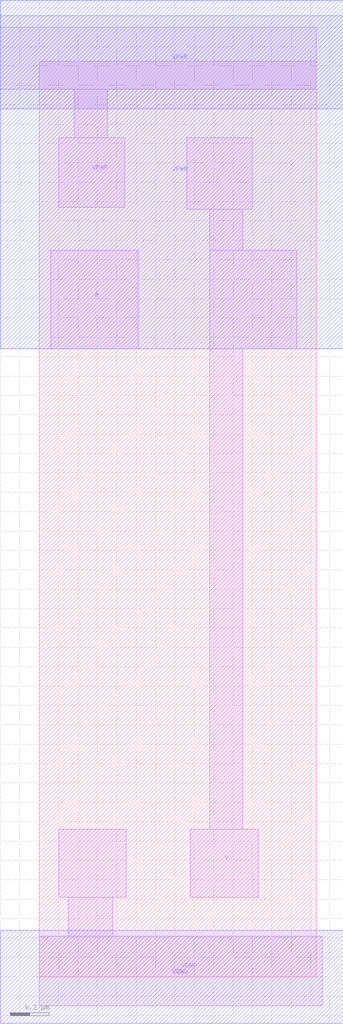
<source format=lef>
VERSION 5.7 ;
  NOWIREEXTENSIONATPIN ON ;
  DIVIDERCHAR "/" ;
  BUSBITCHARS "[]" ;
MACRO inv_test
  CLASS CORE ;
  FOREIGN inv_test ;
  ORIGIN 0.000 0.000 ;
  SIZE 1.430 BY 4.725 ;
  SITE unithd ;
  PIN A
    DIRECTION INPUT ;
    USE SIGNAL ;
    ANTENNAGATEAREA 0.193200 ;
    PORT
      LAYER li1 ;
        RECT 0.060 3.240 0.510 3.750 ;
    END
  END A
  PIN Y
    DIRECTION OUTPUT ;
    USE SIGNAL ;
    ANTENNADIFFAREA 0.336000 ;
    PORT
      LAYER li1 ;
        RECT 0.760 3.960 1.100 4.330 ;
        RECT 0.880 3.750 1.050 3.960 ;
        RECT 0.880 3.240 1.330 3.750 ;
        RECT 0.880 0.760 1.050 3.240 ;
        RECT 0.780 0.410 1.130 0.760 ;
    END
  END Y
  PIN VPWR
    DIRECTION INOUT ;
    USE POWER ;
    PORT
      LAYER nwell ;
        RECT -0.200 3.240 1.570 5.040 ;
      LAYER li1 ;
        RECT -0.200 4.580 1.430 4.900 ;
        RECT 0.180 4.330 0.350 4.580 ;
        RECT 0.100 3.970 0.440 4.330 ;
      LAYER met1 ;
        RECT -0.200 4.480 1.570 4.960 ;
    END
  END VPWR
  PIN VGND
    DIRECTION INOUT ;
    USE GROUND ;
    PORT
      LAYER li1 ;
        RECT 0.100 0.410 0.450 0.760 ;
        RECT 0.150 0.210 0.380 0.410 ;
        RECT 0.000 -0.150 1.460 0.210 ;
      LAYER met1 ;
        RECT -0.200 -0.240 1.570 0.240 ;
    END
  END VGND
END inv_test
END LIBRARY


</source>
